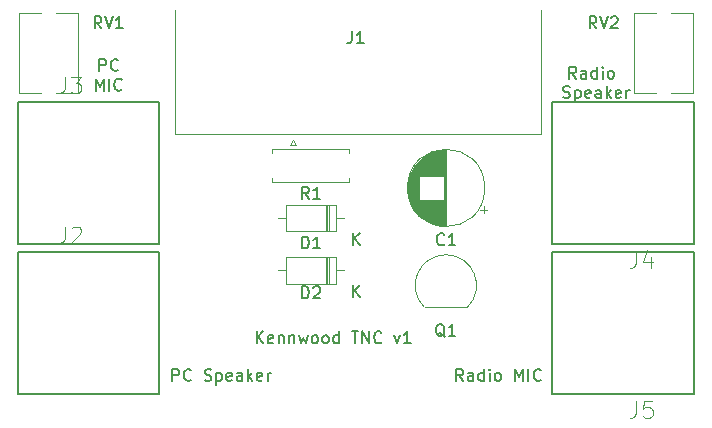
<source format=gbr>
G04 #@! TF.GenerationSoftware,KiCad,Pcbnew,(5.1.5)-3*
G04 #@! TF.CreationDate,2020-05-15T10:26:44+02:00*
G04 #@! TF.ProjectId,kenwood-tnc,6b656e77-6f6f-4642-9d74-6e632e6b6963,rev?*
G04 #@! TF.SameCoordinates,Original*
G04 #@! TF.FileFunction,Legend,Top*
G04 #@! TF.FilePolarity,Positive*
%FSLAX46Y46*%
G04 Gerber Fmt 4.6, Leading zero omitted, Abs format (unit mm)*
G04 Created by KiCad (PCBNEW (5.1.5)-3) date 2020-05-15 10:26:44*
%MOMM*%
%LPD*%
G04 APERTURE LIST*
%ADD10C,0.150000*%
%ADD11C,0.127000*%
%ADD12C,0.120000*%
%ADD13C,0.015000*%
G04 APERTURE END LIST*
D10*
X67795000Y-48712380D02*
X67795000Y-47712380D01*
X68366428Y-48712380D02*
X67937857Y-48140952D01*
X68366428Y-47712380D02*
X67795000Y-48283809D01*
X69175952Y-48664761D02*
X69080714Y-48712380D01*
X68890238Y-48712380D01*
X68795000Y-48664761D01*
X68747380Y-48569523D01*
X68747380Y-48188571D01*
X68795000Y-48093333D01*
X68890238Y-48045714D01*
X69080714Y-48045714D01*
X69175952Y-48093333D01*
X69223571Y-48188571D01*
X69223571Y-48283809D01*
X68747380Y-48379047D01*
X69652142Y-48045714D02*
X69652142Y-48712380D01*
X69652142Y-48140952D02*
X69699761Y-48093333D01*
X69795000Y-48045714D01*
X69937857Y-48045714D01*
X70033095Y-48093333D01*
X70080714Y-48188571D01*
X70080714Y-48712380D01*
X70556904Y-48045714D02*
X70556904Y-48712380D01*
X70556904Y-48140952D02*
X70604523Y-48093333D01*
X70699761Y-48045714D01*
X70842619Y-48045714D01*
X70937857Y-48093333D01*
X70985476Y-48188571D01*
X70985476Y-48712380D01*
X71366428Y-48045714D02*
X71556904Y-48712380D01*
X71747380Y-48236190D01*
X71937857Y-48712380D01*
X72128333Y-48045714D01*
X72652142Y-48712380D02*
X72556904Y-48664761D01*
X72509285Y-48617142D01*
X72461666Y-48521904D01*
X72461666Y-48236190D01*
X72509285Y-48140952D01*
X72556904Y-48093333D01*
X72652142Y-48045714D01*
X72795000Y-48045714D01*
X72890238Y-48093333D01*
X72937857Y-48140952D01*
X72985476Y-48236190D01*
X72985476Y-48521904D01*
X72937857Y-48617142D01*
X72890238Y-48664761D01*
X72795000Y-48712380D01*
X72652142Y-48712380D01*
X73556904Y-48712380D02*
X73461666Y-48664761D01*
X73414047Y-48617142D01*
X73366428Y-48521904D01*
X73366428Y-48236190D01*
X73414047Y-48140952D01*
X73461666Y-48093333D01*
X73556904Y-48045714D01*
X73699761Y-48045714D01*
X73795000Y-48093333D01*
X73842619Y-48140952D01*
X73890238Y-48236190D01*
X73890238Y-48521904D01*
X73842619Y-48617142D01*
X73795000Y-48664761D01*
X73699761Y-48712380D01*
X73556904Y-48712380D01*
X74747380Y-48712380D02*
X74747380Y-47712380D01*
X74747380Y-48664761D02*
X74652142Y-48712380D01*
X74461666Y-48712380D01*
X74366428Y-48664761D01*
X74318809Y-48617142D01*
X74271190Y-48521904D01*
X74271190Y-48236190D01*
X74318809Y-48140952D01*
X74366428Y-48093333D01*
X74461666Y-48045714D01*
X74652142Y-48045714D01*
X74747380Y-48093333D01*
X75842619Y-47712380D02*
X76414047Y-47712380D01*
X76128333Y-48712380D02*
X76128333Y-47712380D01*
X76747380Y-48712380D02*
X76747380Y-47712380D01*
X77318809Y-48712380D01*
X77318809Y-47712380D01*
X78366428Y-48617142D02*
X78318809Y-48664761D01*
X78175952Y-48712380D01*
X78080714Y-48712380D01*
X77937857Y-48664761D01*
X77842619Y-48569523D01*
X77795000Y-48474285D01*
X77747380Y-48283809D01*
X77747380Y-48140952D01*
X77795000Y-47950476D01*
X77842619Y-47855238D01*
X77937857Y-47760000D01*
X78080714Y-47712380D01*
X78175952Y-47712380D01*
X78318809Y-47760000D01*
X78366428Y-47807619D01*
X79461666Y-48045714D02*
X79699761Y-48712380D01*
X79937857Y-48045714D01*
X80842619Y-48712380D02*
X80271190Y-48712380D01*
X80556904Y-48712380D02*
X80556904Y-47712380D01*
X80461666Y-47855238D01*
X80366428Y-47950476D01*
X80271190Y-47998095D01*
X60674761Y-51887380D02*
X60674761Y-50887380D01*
X61055714Y-50887380D01*
X61150952Y-50935000D01*
X61198571Y-50982619D01*
X61246190Y-51077857D01*
X61246190Y-51220714D01*
X61198571Y-51315952D01*
X61150952Y-51363571D01*
X61055714Y-51411190D01*
X60674761Y-51411190D01*
X62246190Y-51792142D02*
X62198571Y-51839761D01*
X62055714Y-51887380D01*
X61960476Y-51887380D01*
X61817619Y-51839761D01*
X61722380Y-51744523D01*
X61674761Y-51649285D01*
X61627142Y-51458809D01*
X61627142Y-51315952D01*
X61674761Y-51125476D01*
X61722380Y-51030238D01*
X61817619Y-50935000D01*
X61960476Y-50887380D01*
X62055714Y-50887380D01*
X62198571Y-50935000D01*
X62246190Y-50982619D01*
X63389047Y-51839761D02*
X63531904Y-51887380D01*
X63770000Y-51887380D01*
X63865238Y-51839761D01*
X63912857Y-51792142D01*
X63960476Y-51696904D01*
X63960476Y-51601666D01*
X63912857Y-51506428D01*
X63865238Y-51458809D01*
X63770000Y-51411190D01*
X63579523Y-51363571D01*
X63484285Y-51315952D01*
X63436666Y-51268333D01*
X63389047Y-51173095D01*
X63389047Y-51077857D01*
X63436666Y-50982619D01*
X63484285Y-50935000D01*
X63579523Y-50887380D01*
X63817619Y-50887380D01*
X63960476Y-50935000D01*
X64389047Y-51220714D02*
X64389047Y-52220714D01*
X64389047Y-51268333D02*
X64484285Y-51220714D01*
X64674761Y-51220714D01*
X64770000Y-51268333D01*
X64817619Y-51315952D01*
X64865238Y-51411190D01*
X64865238Y-51696904D01*
X64817619Y-51792142D01*
X64770000Y-51839761D01*
X64674761Y-51887380D01*
X64484285Y-51887380D01*
X64389047Y-51839761D01*
X65674761Y-51839761D02*
X65579523Y-51887380D01*
X65389047Y-51887380D01*
X65293809Y-51839761D01*
X65246190Y-51744523D01*
X65246190Y-51363571D01*
X65293809Y-51268333D01*
X65389047Y-51220714D01*
X65579523Y-51220714D01*
X65674761Y-51268333D01*
X65722380Y-51363571D01*
X65722380Y-51458809D01*
X65246190Y-51554047D01*
X66579523Y-51887380D02*
X66579523Y-51363571D01*
X66531904Y-51268333D01*
X66436666Y-51220714D01*
X66246190Y-51220714D01*
X66150952Y-51268333D01*
X66579523Y-51839761D02*
X66484285Y-51887380D01*
X66246190Y-51887380D01*
X66150952Y-51839761D01*
X66103333Y-51744523D01*
X66103333Y-51649285D01*
X66150952Y-51554047D01*
X66246190Y-51506428D01*
X66484285Y-51506428D01*
X66579523Y-51458809D01*
X67055714Y-51887380D02*
X67055714Y-50887380D01*
X67150952Y-51506428D02*
X67436666Y-51887380D01*
X67436666Y-51220714D02*
X67055714Y-51601666D01*
X68246190Y-51839761D02*
X68150952Y-51887380D01*
X67960476Y-51887380D01*
X67865238Y-51839761D01*
X67817619Y-51744523D01*
X67817619Y-51363571D01*
X67865238Y-51268333D01*
X67960476Y-51220714D01*
X68150952Y-51220714D01*
X68246190Y-51268333D01*
X68293809Y-51363571D01*
X68293809Y-51458809D01*
X67817619Y-51554047D01*
X68722380Y-51887380D02*
X68722380Y-51220714D01*
X68722380Y-51411190D02*
X68770000Y-51315952D01*
X68817619Y-51268333D01*
X68912857Y-51220714D01*
X69008095Y-51220714D01*
X54483095Y-25662380D02*
X54483095Y-24662380D01*
X54864047Y-24662380D01*
X54959285Y-24710000D01*
X55006904Y-24757619D01*
X55054523Y-24852857D01*
X55054523Y-24995714D01*
X55006904Y-25090952D01*
X54959285Y-25138571D01*
X54864047Y-25186190D01*
X54483095Y-25186190D01*
X56054523Y-25567142D02*
X56006904Y-25614761D01*
X55864047Y-25662380D01*
X55768809Y-25662380D01*
X55625952Y-25614761D01*
X55530714Y-25519523D01*
X55483095Y-25424285D01*
X55435476Y-25233809D01*
X55435476Y-25090952D01*
X55483095Y-24900476D01*
X55530714Y-24805238D01*
X55625952Y-24710000D01*
X55768809Y-24662380D01*
X55864047Y-24662380D01*
X56006904Y-24710000D01*
X56054523Y-24757619D01*
X54173571Y-27312380D02*
X54173571Y-26312380D01*
X54506904Y-27026666D01*
X54840238Y-26312380D01*
X54840238Y-27312380D01*
X55316428Y-27312380D02*
X55316428Y-26312380D01*
X56364047Y-27217142D02*
X56316428Y-27264761D01*
X56173571Y-27312380D01*
X56078333Y-27312380D01*
X55935476Y-27264761D01*
X55840238Y-27169523D01*
X55792619Y-27074285D01*
X55745000Y-26883809D01*
X55745000Y-26740952D01*
X55792619Y-26550476D01*
X55840238Y-26455238D01*
X55935476Y-26360000D01*
X56078333Y-26312380D01*
X56173571Y-26312380D01*
X56316428Y-26360000D01*
X56364047Y-26407619D01*
X85288809Y-51887380D02*
X84955476Y-51411190D01*
X84717380Y-51887380D02*
X84717380Y-50887380D01*
X85098333Y-50887380D01*
X85193571Y-50935000D01*
X85241190Y-50982619D01*
X85288809Y-51077857D01*
X85288809Y-51220714D01*
X85241190Y-51315952D01*
X85193571Y-51363571D01*
X85098333Y-51411190D01*
X84717380Y-51411190D01*
X86145952Y-51887380D02*
X86145952Y-51363571D01*
X86098333Y-51268333D01*
X86003095Y-51220714D01*
X85812619Y-51220714D01*
X85717380Y-51268333D01*
X86145952Y-51839761D02*
X86050714Y-51887380D01*
X85812619Y-51887380D01*
X85717380Y-51839761D01*
X85669761Y-51744523D01*
X85669761Y-51649285D01*
X85717380Y-51554047D01*
X85812619Y-51506428D01*
X86050714Y-51506428D01*
X86145952Y-51458809D01*
X87050714Y-51887380D02*
X87050714Y-50887380D01*
X87050714Y-51839761D02*
X86955476Y-51887380D01*
X86765000Y-51887380D01*
X86669761Y-51839761D01*
X86622142Y-51792142D01*
X86574523Y-51696904D01*
X86574523Y-51411190D01*
X86622142Y-51315952D01*
X86669761Y-51268333D01*
X86765000Y-51220714D01*
X86955476Y-51220714D01*
X87050714Y-51268333D01*
X87526904Y-51887380D02*
X87526904Y-51220714D01*
X87526904Y-50887380D02*
X87479285Y-50935000D01*
X87526904Y-50982619D01*
X87574523Y-50935000D01*
X87526904Y-50887380D01*
X87526904Y-50982619D01*
X88145952Y-51887380D02*
X88050714Y-51839761D01*
X88003095Y-51792142D01*
X87955476Y-51696904D01*
X87955476Y-51411190D01*
X88003095Y-51315952D01*
X88050714Y-51268333D01*
X88145952Y-51220714D01*
X88288809Y-51220714D01*
X88384047Y-51268333D01*
X88431666Y-51315952D01*
X88479285Y-51411190D01*
X88479285Y-51696904D01*
X88431666Y-51792142D01*
X88384047Y-51839761D01*
X88288809Y-51887380D01*
X88145952Y-51887380D01*
X89669761Y-51887380D02*
X89669761Y-50887380D01*
X90003095Y-51601666D01*
X90336428Y-50887380D01*
X90336428Y-51887380D01*
X90812619Y-51887380D02*
X90812619Y-50887380D01*
X91860238Y-51792142D02*
X91812619Y-51839761D01*
X91669761Y-51887380D01*
X91574523Y-51887380D01*
X91431666Y-51839761D01*
X91336428Y-51744523D01*
X91288809Y-51649285D01*
X91241190Y-51458809D01*
X91241190Y-51315952D01*
X91288809Y-51125476D01*
X91336428Y-51030238D01*
X91431666Y-50935000D01*
X91574523Y-50887380D01*
X91669761Y-50887380D01*
X91812619Y-50935000D01*
X91860238Y-50982619D01*
X94853333Y-26297380D02*
X94520000Y-25821190D01*
X94281904Y-26297380D02*
X94281904Y-25297380D01*
X94662857Y-25297380D01*
X94758095Y-25345000D01*
X94805714Y-25392619D01*
X94853333Y-25487857D01*
X94853333Y-25630714D01*
X94805714Y-25725952D01*
X94758095Y-25773571D01*
X94662857Y-25821190D01*
X94281904Y-25821190D01*
X95710476Y-26297380D02*
X95710476Y-25773571D01*
X95662857Y-25678333D01*
X95567619Y-25630714D01*
X95377142Y-25630714D01*
X95281904Y-25678333D01*
X95710476Y-26249761D02*
X95615238Y-26297380D01*
X95377142Y-26297380D01*
X95281904Y-26249761D01*
X95234285Y-26154523D01*
X95234285Y-26059285D01*
X95281904Y-25964047D01*
X95377142Y-25916428D01*
X95615238Y-25916428D01*
X95710476Y-25868809D01*
X96615238Y-26297380D02*
X96615238Y-25297380D01*
X96615238Y-26249761D02*
X96520000Y-26297380D01*
X96329523Y-26297380D01*
X96234285Y-26249761D01*
X96186666Y-26202142D01*
X96139047Y-26106904D01*
X96139047Y-25821190D01*
X96186666Y-25725952D01*
X96234285Y-25678333D01*
X96329523Y-25630714D01*
X96520000Y-25630714D01*
X96615238Y-25678333D01*
X97091428Y-26297380D02*
X97091428Y-25630714D01*
X97091428Y-25297380D02*
X97043809Y-25345000D01*
X97091428Y-25392619D01*
X97139047Y-25345000D01*
X97091428Y-25297380D01*
X97091428Y-25392619D01*
X97710476Y-26297380D02*
X97615238Y-26249761D01*
X97567619Y-26202142D01*
X97520000Y-26106904D01*
X97520000Y-25821190D01*
X97567619Y-25725952D01*
X97615238Y-25678333D01*
X97710476Y-25630714D01*
X97853333Y-25630714D01*
X97948571Y-25678333D01*
X97996190Y-25725952D01*
X98043809Y-25821190D01*
X98043809Y-26106904D01*
X97996190Y-26202142D01*
X97948571Y-26249761D01*
X97853333Y-26297380D01*
X97710476Y-26297380D01*
X93758095Y-27899761D02*
X93900952Y-27947380D01*
X94139047Y-27947380D01*
X94234285Y-27899761D01*
X94281904Y-27852142D01*
X94329523Y-27756904D01*
X94329523Y-27661666D01*
X94281904Y-27566428D01*
X94234285Y-27518809D01*
X94139047Y-27471190D01*
X93948571Y-27423571D01*
X93853333Y-27375952D01*
X93805714Y-27328333D01*
X93758095Y-27233095D01*
X93758095Y-27137857D01*
X93805714Y-27042619D01*
X93853333Y-26995000D01*
X93948571Y-26947380D01*
X94186666Y-26947380D01*
X94329523Y-26995000D01*
X94758095Y-27280714D02*
X94758095Y-28280714D01*
X94758095Y-27328333D02*
X94853333Y-27280714D01*
X95043809Y-27280714D01*
X95139047Y-27328333D01*
X95186666Y-27375952D01*
X95234285Y-27471190D01*
X95234285Y-27756904D01*
X95186666Y-27852142D01*
X95139047Y-27899761D01*
X95043809Y-27947380D01*
X94853333Y-27947380D01*
X94758095Y-27899761D01*
X96043809Y-27899761D02*
X95948571Y-27947380D01*
X95758095Y-27947380D01*
X95662857Y-27899761D01*
X95615238Y-27804523D01*
X95615238Y-27423571D01*
X95662857Y-27328333D01*
X95758095Y-27280714D01*
X95948571Y-27280714D01*
X96043809Y-27328333D01*
X96091428Y-27423571D01*
X96091428Y-27518809D01*
X95615238Y-27614047D01*
X96948571Y-27947380D02*
X96948571Y-27423571D01*
X96900952Y-27328333D01*
X96805714Y-27280714D01*
X96615238Y-27280714D01*
X96520000Y-27328333D01*
X96948571Y-27899761D02*
X96853333Y-27947380D01*
X96615238Y-27947380D01*
X96520000Y-27899761D01*
X96472380Y-27804523D01*
X96472380Y-27709285D01*
X96520000Y-27614047D01*
X96615238Y-27566428D01*
X96853333Y-27566428D01*
X96948571Y-27518809D01*
X97424761Y-27947380D02*
X97424761Y-26947380D01*
X97520000Y-27566428D02*
X97805714Y-27947380D01*
X97805714Y-27280714D02*
X97424761Y-27661666D01*
X98615238Y-27899761D02*
X98520000Y-27947380D01*
X98329523Y-27947380D01*
X98234285Y-27899761D01*
X98186666Y-27804523D01*
X98186666Y-27423571D01*
X98234285Y-27328333D01*
X98329523Y-27280714D01*
X98520000Y-27280714D01*
X98615238Y-27328333D01*
X98662857Y-27423571D01*
X98662857Y-27518809D01*
X98186666Y-27614047D01*
X99091428Y-27947380D02*
X99091428Y-27280714D01*
X99091428Y-27471190D02*
X99139047Y-27375952D01*
X99186666Y-27328333D01*
X99281904Y-27280714D01*
X99377142Y-27280714D01*
D11*
X104830000Y-40990000D02*
X104830000Y-52990000D01*
X92830000Y-40990000D02*
X104830000Y-40990000D01*
X92830000Y-52990000D02*
X92830000Y-40990000D01*
X104830000Y-52990000D02*
X92830000Y-52990000D01*
X104830000Y-28290000D02*
X104830000Y-40290000D01*
X92830000Y-28290000D02*
X104830000Y-28290000D01*
X92830000Y-40290000D02*
X92830000Y-28290000D01*
X104830000Y-40290000D02*
X92830000Y-40290000D01*
X47570000Y-40290000D02*
X47570000Y-28290000D01*
X59570000Y-40290000D02*
X47570000Y-40290000D01*
X59570000Y-28290000D02*
X59570000Y-40290000D01*
X47570000Y-28290000D02*
X59570000Y-28290000D01*
X47570000Y-52990000D02*
X47570000Y-40990000D01*
X59570000Y-52990000D02*
X47570000Y-52990000D01*
X59570000Y-40990000D02*
X59570000Y-52990000D01*
X47570000Y-40990000D02*
X59570000Y-40990000D01*
D12*
X87025241Y-37714000D02*
X87025241Y-37084000D01*
X87340241Y-37399000D02*
X86710241Y-37399000D01*
X80599000Y-35962000D02*
X80599000Y-35158000D01*
X80639000Y-36193000D02*
X80639000Y-34927000D01*
X80679000Y-36362000D02*
X80679000Y-34758000D01*
X80719000Y-36500000D02*
X80719000Y-34620000D01*
X80759000Y-36619000D02*
X80759000Y-34501000D01*
X80799000Y-36725000D02*
X80799000Y-34395000D01*
X80839000Y-36822000D02*
X80839000Y-34298000D01*
X80879000Y-36910000D02*
X80879000Y-34210000D01*
X80919000Y-36992000D02*
X80919000Y-34128000D01*
X80959000Y-37069000D02*
X80959000Y-34051000D01*
X80999000Y-37141000D02*
X80999000Y-33979000D01*
X81039000Y-37210000D02*
X81039000Y-33910000D01*
X81079000Y-37274000D02*
X81079000Y-33846000D01*
X81119000Y-37336000D02*
X81119000Y-33784000D01*
X81159000Y-37394000D02*
X81159000Y-33726000D01*
X81199000Y-37450000D02*
X81199000Y-33670000D01*
X81239000Y-37504000D02*
X81239000Y-33616000D01*
X81279000Y-37555000D02*
X81279000Y-33565000D01*
X81319000Y-37604000D02*
X81319000Y-33516000D01*
X81359000Y-37652000D02*
X81359000Y-33468000D01*
X81399000Y-37697000D02*
X81399000Y-33423000D01*
X81439000Y-37742000D02*
X81439000Y-33378000D01*
X81479000Y-37784000D02*
X81479000Y-33336000D01*
X81519000Y-37825000D02*
X81519000Y-33295000D01*
X81559000Y-34520000D02*
X81559000Y-33255000D01*
X81559000Y-37865000D02*
X81559000Y-36600000D01*
X81599000Y-34520000D02*
X81599000Y-33217000D01*
X81599000Y-37903000D02*
X81599000Y-36600000D01*
X81639000Y-34520000D02*
X81639000Y-33180000D01*
X81639000Y-37940000D02*
X81639000Y-36600000D01*
X81679000Y-34520000D02*
X81679000Y-33144000D01*
X81679000Y-37976000D02*
X81679000Y-36600000D01*
X81719000Y-34520000D02*
X81719000Y-33110000D01*
X81719000Y-38010000D02*
X81719000Y-36600000D01*
X81759000Y-34520000D02*
X81759000Y-33076000D01*
X81759000Y-38044000D02*
X81759000Y-36600000D01*
X81799000Y-34520000D02*
X81799000Y-33044000D01*
X81799000Y-38076000D02*
X81799000Y-36600000D01*
X81839000Y-34520000D02*
X81839000Y-33012000D01*
X81839000Y-38108000D02*
X81839000Y-36600000D01*
X81879000Y-34520000D02*
X81879000Y-32982000D01*
X81879000Y-38138000D02*
X81879000Y-36600000D01*
X81919000Y-34520000D02*
X81919000Y-32953000D01*
X81919000Y-38167000D02*
X81919000Y-36600000D01*
X81959000Y-34520000D02*
X81959000Y-32924000D01*
X81959000Y-38196000D02*
X81959000Y-36600000D01*
X81999000Y-34520000D02*
X81999000Y-32896000D01*
X81999000Y-38224000D02*
X81999000Y-36600000D01*
X82039000Y-34520000D02*
X82039000Y-32870000D01*
X82039000Y-38250000D02*
X82039000Y-36600000D01*
X82079000Y-34520000D02*
X82079000Y-32844000D01*
X82079000Y-38276000D02*
X82079000Y-36600000D01*
X82119000Y-34520000D02*
X82119000Y-32818000D01*
X82119000Y-38302000D02*
X82119000Y-36600000D01*
X82159000Y-34520000D02*
X82159000Y-32794000D01*
X82159000Y-38326000D02*
X82159000Y-36600000D01*
X82199000Y-34520000D02*
X82199000Y-32770000D01*
X82199000Y-38350000D02*
X82199000Y-36600000D01*
X82239000Y-34520000D02*
X82239000Y-32748000D01*
X82239000Y-38372000D02*
X82239000Y-36600000D01*
X82279000Y-34520000D02*
X82279000Y-32726000D01*
X82279000Y-38394000D02*
X82279000Y-36600000D01*
X82319000Y-34520000D02*
X82319000Y-32704000D01*
X82319000Y-38416000D02*
X82319000Y-36600000D01*
X82359000Y-34520000D02*
X82359000Y-32684000D01*
X82359000Y-38436000D02*
X82359000Y-36600000D01*
X82399000Y-34520000D02*
X82399000Y-32664000D01*
X82399000Y-38456000D02*
X82399000Y-36600000D01*
X82439000Y-34520000D02*
X82439000Y-32644000D01*
X82439000Y-38476000D02*
X82439000Y-36600000D01*
X82479000Y-34520000D02*
X82479000Y-32626000D01*
X82479000Y-38494000D02*
X82479000Y-36600000D01*
X82519000Y-34520000D02*
X82519000Y-32608000D01*
X82519000Y-38512000D02*
X82519000Y-36600000D01*
X82559000Y-34520000D02*
X82559000Y-32590000D01*
X82559000Y-38530000D02*
X82559000Y-36600000D01*
X82599000Y-34520000D02*
X82599000Y-32574000D01*
X82599000Y-38546000D02*
X82599000Y-36600000D01*
X82639000Y-34520000D02*
X82639000Y-32558000D01*
X82639000Y-38562000D02*
X82639000Y-36600000D01*
X82679000Y-34520000D02*
X82679000Y-32542000D01*
X82679000Y-38578000D02*
X82679000Y-36600000D01*
X82719000Y-34520000D02*
X82719000Y-32527000D01*
X82719000Y-38593000D02*
X82719000Y-36600000D01*
X82759000Y-34520000D02*
X82759000Y-32513000D01*
X82759000Y-38607000D02*
X82759000Y-36600000D01*
X82799000Y-34520000D02*
X82799000Y-32499000D01*
X82799000Y-38621000D02*
X82799000Y-36600000D01*
X82839000Y-34520000D02*
X82839000Y-32486000D01*
X82839000Y-38634000D02*
X82839000Y-36600000D01*
X82879000Y-34520000D02*
X82879000Y-32474000D01*
X82879000Y-38646000D02*
X82879000Y-36600000D01*
X82919000Y-34520000D02*
X82919000Y-32462000D01*
X82919000Y-38658000D02*
X82919000Y-36600000D01*
X82959000Y-34520000D02*
X82959000Y-32450000D01*
X82959000Y-38670000D02*
X82959000Y-36600000D01*
X82999000Y-34520000D02*
X82999000Y-32439000D01*
X82999000Y-38681000D02*
X82999000Y-36600000D01*
X83039000Y-34520000D02*
X83039000Y-32429000D01*
X83039000Y-38691000D02*
X83039000Y-36600000D01*
X83079000Y-34520000D02*
X83079000Y-32419000D01*
X83079000Y-38701000D02*
X83079000Y-36600000D01*
X83119000Y-34520000D02*
X83119000Y-32410000D01*
X83119000Y-38710000D02*
X83119000Y-36600000D01*
X83160000Y-34520000D02*
X83160000Y-32401000D01*
X83160000Y-38719000D02*
X83160000Y-36600000D01*
X83200000Y-34520000D02*
X83200000Y-32393000D01*
X83200000Y-38727000D02*
X83200000Y-36600000D01*
X83240000Y-34520000D02*
X83240000Y-32385000D01*
X83240000Y-38735000D02*
X83240000Y-36600000D01*
X83280000Y-34520000D02*
X83280000Y-32378000D01*
X83280000Y-38742000D02*
X83280000Y-36600000D01*
X83320000Y-34520000D02*
X83320000Y-32371000D01*
X83320000Y-38749000D02*
X83320000Y-36600000D01*
X83360000Y-34520000D02*
X83360000Y-32365000D01*
X83360000Y-38755000D02*
X83360000Y-36600000D01*
X83400000Y-34520000D02*
X83400000Y-32359000D01*
X83400000Y-38761000D02*
X83400000Y-36600000D01*
X83440000Y-34520000D02*
X83440000Y-32354000D01*
X83440000Y-38766000D02*
X83440000Y-36600000D01*
X83480000Y-34520000D02*
X83480000Y-32349000D01*
X83480000Y-38771000D02*
X83480000Y-36600000D01*
X83520000Y-34520000D02*
X83520000Y-32345000D01*
X83520000Y-38775000D02*
X83520000Y-36600000D01*
X83560000Y-34520000D02*
X83560000Y-32342000D01*
X83560000Y-38778000D02*
X83560000Y-36600000D01*
X83600000Y-34520000D02*
X83600000Y-32338000D01*
X83600000Y-38782000D02*
X83600000Y-36600000D01*
X83640000Y-38784000D02*
X83640000Y-32336000D01*
X83680000Y-38787000D02*
X83680000Y-32333000D01*
X83720000Y-38788000D02*
X83720000Y-32332000D01*
X83760000Y-38790000D02*
X83760000Y-32330000D01*
X83800000Y-38790000D02*
X83800000Y-32330000D01*
X83840000Y-38790000D02*
X83840000Y-32330000D01*
X87110000Y-35560000D02*
G75*
G03X87110000Y-35560000I-3270000J0D01*
G01*
X85658478Y-45653478D02*
G75*
G03X83820000Y-41215000I-1838478J1838478D01*
G01*
X81981522Y-45653478D02*
G75*
G02X83820000Y-41215000I1838478J1838478D01*
G01*
X82020000Y-45665000D02*
X85620000Y-45665000D01*
X47695000Y-20710000D02*
X47695000Y-27550000D01*
X52635000Y-20710000D02*
X52635000Y-27550000D01*
X50815000Y-27550000D02*
X52635000Y-27550000D01*
X47695000Y-27550000D02*
X49515000Y-27550000D01*
X50815000Y-20710000D02*
X52635000Y-20710000D01*
X47695000Y-20710000D02*
X49515000Y-20710000D01*
X73910000Y-39220000D02*
X73910000Y-36980000D01*
X73670000Y-39220000D02*
X73670000Y-36980000D01*
X73790000Y-39220000D02*
X73790000Y-36980000D01*
X69620000Y-38100000D02*
X70270000Y-38100000D01*
X75160000Y-38100000D02*
X74510000Y-38100000D01*
X70270000Y-39220000D02*
X74510000Y-39220000D01*
X70270000Y-36980000D02*
X70270000Y-39220000D01*
X74510000Y-36980000D02*
X70270000Y-36980000D01*
X74510000Y-39220000D02*
X74510000Y-36980000D01*
X74510000Y-43665000D02*
X74510000Y-41425000D01*
X74510000Y-41425000D02*
X70270000Y-41425000D01*
X70270000Y-41425000D02*
X70270000Y-43665000D01*
X70270000Y-43665000D02*
X74510000Y-43665000D01*
X75160000Y-42545000D02*
X74510000Y-42545000D01*
X69620000Y-42545000D02*
X70270000Y-42545000D01*
X73790000Y-43665000D02*
X73790000Y-41425000D01*
X73670000Y-43665000D02*
X73670000Y-41425000D01*
X73910000Y-43665000D02*
X73910000Y-41425000D01*
X91885000Y-20520000D02*
X91885000Y-31000000D01*
X91885000Y-31000000D02*
X60915000Y-31000000D01*
X60915000Y-31000000D02*
X60915000Y-20520000D01*
X71110000Y-31894338D02*
X70610000Y-31894338D01*
X70610000Y-31894338D02*
X70860000Y-31461325D01*
X70860000Y-31461325D02*
X71110000Y-31894338D01*
X75660000Y-34695000D02*
X75660000Y-35025000D01*
X75660000Y-35025000D02*
X69120000Y-35025000D01*
X69120000Y-35025000D02*
X69120000Y-34695000D01*
X75660000Y-32615000D02*
X75660000Y-32285000D01*
X75660000Y-32285000D02*
X69120000Y-32285000D01*
X69120000Y-32285000D02*
X69120000Y-32615000D01*
X99765000Y-20710000D02*
X101585000Y-20710000D01*
X102885000Y-20710000D02*
X104705000Y-20710000D01*
X99765000Y-27550000D02*
X101585000Y-27550000D01*
X102885000Y-27550000D02*
X104705000Y-27550000D01*
X104705000Y-20710000D02*
X104705000Y-27550000D01*
X99765000Y-20710000D02*
X99765000Y-27550000D01*
D13*
X99918333Y-53612333D02*
X99918333Y-54612333D01*
X99851666Y-54812333D01*
X99718333Y-54945666D01*
X99518333Y-55012333D01*
X99385000Y-55012333D01*
X101251666Y-53612333D02*
X100585000Y-53612333D01*
X100518333Y-54279000D01*
X100585000Y-54212333D01*
X100718333Y-54145666D01*
X101051666Y-54145666D01*
X101185000Y-54212333D01*
X101251666Y-54279000D01*
X101318333Y-54412333D01*
X101318333Y-54745666D01*
X101251666Y-54879000D01*
X101185000Y-54945666D01*
X101051666Y-55012333D01*
X100718333Y-55012333D01*
X100585000Y-54945666D01*
X100518333Y-54879000D01*
X99918333Y-40912333D02*
X99918333Y-41912333D01*
X99851666Y-42112333D01*
X99718333Y-42245666D01*
X99518333Y-42312333D01*
X99385000Y-42312333D01*
X101185000Y-41379000D02*
X101185000Y-42312333D01*
X100851666Y-40845666D02*
X100518333Y-41845666D01*
X101385000Y-41845666D01*
X51548333Y-26134333D02*
X51548333Y-27134333D01*
X51481666Y-27334333D01*
X51348333Y-27467666D01*
X51148333Y-27534333D01*
X51015000Y-27534333D01*
X52081666Y-26134333D02*
X52948333Y-26134333D01*
X52481666Y-26667666D01*
X52681666Y-26667666D01*
X52815000Y-26734333D01*
X52881666Y-26801000D01*
X52948333Y-26934333D01*
X52948333Y-27267666D01*
X52881666Y-27401000D01*
X52815000Y-27467666D01*
X52681666Y-27534333D01*
X52281666Y-27534333D01*
X52148333Y-27467666D01*
X52081666Y-27401000D01*
X51548333Y-38834333D02*
X51548333Y-39834333D01*
X51481666Y-40034333D01*
X51348333Y-40167666D01*
X51148333Y-40234333D01*
X51015000Y-40234333D01*
X52148333Y-38967666D02*
X52215000Y-38901000D01*
X52348333Y-38834333D01*
X52681666Y-38834333D01*
X52815000Y-38901000D01*
X52881666Y-38967666D01*
X52948333Y-39101000D01*
X52948333Y-39234333D01*
X52881666Y-39434333D01*
X52081666Y-40234333D01*
X52948333Y-40234333D01*
D10*
X83673333Y-40317142D02*
X83625714Y-40364761D01*
X83482857Y-40412380D01*
X83387619Y-40412380D01*
X83244761Y-40364761D01*
X83149523Y-40269523D01*
X83101904Y-40174285D01*
X83054285Y-39983809D01*
X83054285Y-39840952D01*
X83101904Y-39650476D01*
X83149523Y-39555238D01*
X83244761Y-39460000D01*
X83387619Y-39412380D01*
X83482857Y-39412380D01*
X83625714Y-39460000D01*
X83673333Y-39507619D01*
X84625714Y-40412380D02*
X84054285Y-40412380D01*
X84340000Y-40412380D02*
X84340000Y-39412380D01*
X84244761Y-39555238D01*
X84149523Y-39650476D01*
X84054285Y-39698095D01*
X83724761Y-48172619D02*
X83629523Y-48125000D01*
X83534285Y-48029761D01*
X83391428Y-47886904D01*
X83296190Y-47839285D01*
X83200952Y-47839285D01*
X83248571Y-48077380D02*
X83153333Y-48029761D01*
X83058095Y-47934523D01*
X83010476Y-47744047D01*
X83010476Y-47410714D01*
X83058095Y-47220238D01*
X83153333Y-47125000D01*
X83248571Y-47077380D01*
X83439047Y-47077380D01*
X83534285Y-47125000D01*
X83629523Y-47220238D01*
X83677142Y-47410714D01*
X83677142Y-47744047D01*
X83629523Y-47934523D01*
X83534285Y-48029761D01*
X83439047Y-48077380D01*
X83248571Y-48077380D01*
X84629523Y-48077380D02*
X84058095Y-48077380D01*
X84343809Y-48077380D02*
X84343809Y-47077380D01*
X84248571Y-47220238D01*
X84153333Y-47315476D01*
X84058095Y-47363095D01*
X54649761Y-22042380D02*
X54316428Y-21566190D01*
X54078333Y-22042380D02*
X54078333Y-21042380D01*
X54459285Y-21042380D01*
X54554523Y-21090000D01*
X54602142Y-21137619D01*
X54649761Y-21232857D01*
X54649761Y-21375714D01*
X54602142Y-21470952D01*
X54554523Y-21518571D01*
X54459285Y-21566190D01*
X54078333Y-21566190D01*
X54935476Y-21042380D02*
X55268809Y-22042380D01*
X55602142Y-21042380D01*
X56459285Y-22042380D02*
X55887857Y-22042380D01*
X56173571Y-22042380D02*
X56173571Y-21042380D01*
X56078333Y-21185238D01*
X55983095Y-21280476D01*
X55887857Y-21328095D01*
X71651904Y-40672380D02*
X71651904Y-39672380D01*
X71890000Y-39672380D01*
X72032857Y-39720000D01*
X72128095Y-39815238D01*
X72175714Y-39910476D01*
X72223333Y-40100952D01*
X72223333Y-40243809D01*
X72175714Y-40434285D01*
X72128095Y-40529523D01*
X72032857Y-40624761D01*
X71890000Y-40672380D01*
X71651904Y-40672380D01*
X73175714Y-40672380D02*
X72604285Y-40672380D01*
X72890000Y-40672380D02*
X72890000Y-39672380D01*
X72794761Y-39815238D01*
X72699523Y-39910476D01*
X72604285Y-39958095D01*
X75938095Y-40352380D02*
X75938095Y-39352380D01*
X76509523Y-40352380D02*
X76080952Y-39780952D01*
X76509523Y-39352380D02*
X75938095Y-39923809D01*
X71651904Y-44902380D02*
X71651904Y-43902380D01*
X71890000Y-43902380D01*
X72032857Y-43950000D01*
X72128095Y-44045238D01*
X72175714Y-44140476D01*
X72223333Y-44330952D01*
X72223333Y-44473809D01*
X72175714Y-44664285D01*
X72128095Y-44759523D01*
X72032857Y-44854761D01*
X71890000Y-44902380D01*
X71651904Y-44902380D01*
X72604285Y-43997619D02*
X72651904Y-43950000D01*
X72747142Y-43902380D01*
X72985238Y-43902380D01*
X73080476Y-43950000D01*
X73128095Y-43997619D01*
X73175714Y-44092857D01*
X73175714Y-44188095D01*
X73128095Y-44330952D01*
X72556666Y-44902380D01*
X73175714Y-44902380D01*
X75938095Y-44797380D02*
X75938095Y-43797380D01*
X76509523Y-44797380D02*
X76080952Y-44225952D01*
X76509523Y-43797380D02*
X75938095Y-44368809D01*
X75866666Y-22312380D02*
X75866666Y-23026666D01*
X75819047Y-23169523D01*
X75723809Y-23264761D01*
X75580952Y-23312380D01*
X75485714Y-23312380D01*
X76866666Y-23312380D02*
X76295238Y-23312380D01*
X76580952Y-23312380D02*
X76580952Y-22312380D01*
X76485714Y-22455238D01*
X76390476Y-22550476D01*
X76295238Y-22598095D01*
X72223333Y-36477380D02*
X71890000Y-36001190D01*
X71651904Y-36477380D02*
X71651904Y-35477380D01*
X72032857Y-35477380D01*
X72128095Y-35525000D01*
X72175714Y-35572619D01*
X72223333Y-35667857D01*
X72223333Y-35810714D01*
X72175714Y-35905952D01*
X72128095Y-35953571D01*
X72032857Y-36001190D01*
X71651904Y-36001190D01*
X73175714Y-36477380D02*
X72604285Y-36477380D01*
X72890000Y-36477380D02*
X72890000Y-35477380D01*
X72794761Y-35620238D01*
X72699523Y-35715476D01*
X72604285Y-35763095D01*
X96559761Y-22042380D02*
X96226428Y-21566190D01*
X95988333Y-22042380D02*
X95988333Y-21042380D01*
X96369285Y-21042380D01*
X96464523Y-21090000D01*
X96512142Y-21137619D01*
X96559761Y-21232857D01*
X96559761Y-21375714D01*
X96512142Y-21470952D01*
X96464523Y-21518571D01*
X96369285Y-21566190D01*
X95988333Y-21566190D01*
X96845476Y-21042380D02*
X97178809Y-22042380D01*
X97512142Y-21042380D01*
X97797857Y-21137619D02*
X97845476Y-21090000D01*
X97940714Y-21042380D01*
X98178809Y-21042380D01*
X98274047Y-21090000D01*
X98321666Y-21137619D01*
X98369285Y-21232857D01*
X98369285Y-21328095D01*
X98321666Y-21470952D01*
X97750238Y-22042380D01*
X98369285Y-22042380D01*
M02*

</source>
